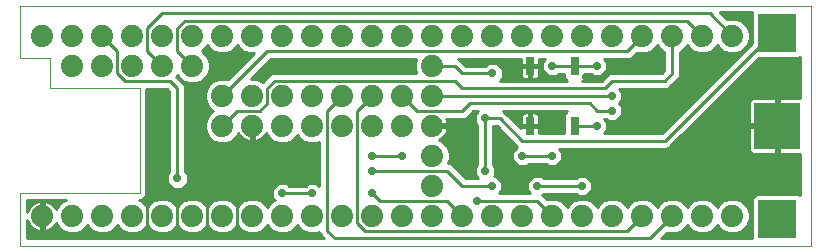
<source format=gtl>
G75*
G70*
%OFA0B0*%
%FSLAX24Y24*%
%IPPOS*%
%LPD*%
%AMOC8*
5,1,8,0,0,1.08239X$1,22.5*
%
%ADD10C,0.0000*%
%ADD11C,0.0740*%
%ADD12R,0.0300X0.0600*%
%ADD13R,0.1560X0.1560*%
%ADD14R,0.1250X0.1250*%
%ADD15OC8,0.0250*%
%ADD16C,0.0100*%
%ADD17OC8,0.0270*%
D10*
X000300Y002893D02*
X000300Y004643D01*
X004050Y004643D01*
X004300Y004643D01*
X004300Y008143D01*
X002050Y008143D01*
X001300Y008143D01*
X001300Y009143D01*
X000300Y009143D01*
X000300Y010889D01*
X000300Y010893D01*
X000300Y010889D02*
X026670Y010889D01*
X026670Y002893D01*
X000300Y002893D01*
D11*
X001050Y003893D03*
X002050Y003893D03*
X003050Y003893D03*
X004050Y003893D03*
X005050Y003893D03*
X006050Y003893D03*
X007050Y003893D03*
X008050Y003893D03*
X009050Y003893D03*
X010050Y003893D03*
X011050Y003893D03*
X012050Y003893D03*
X013050Y003893D03*
X014050Y003893D03*
X015050Y003893D03*
X016050Y003893D03*
X017050Y003893D03*
X018050Y003893D03*
X019050Y003893D03*
X020050Y003893D03*
X021050Y003893D03*
X022050Y003893D03*
X023050Y003893D03*
X024050Y003893D03*
X014050Y004893D03*
X014050Y005893D03*
X014050Y006893D03*
X013050Y006893D03*
X012050Y006893D03*
X011050Y006893D03*
X010050Y006893D03*
X009050Y006893D03*
X008050Y006893D03*
X007050Y006893D03*
X007050Y007893D03*
X008050Y007893D03*
X009050Y007893D03*
X010050Y007893D03*
X011050Y007893D03*
X012050Y007893D03*
X013050Y007893D03*
X014050Y007893D03*
X014050Y008893D03*
X014050Y009893D03*
X015050Y009893D03*
X016050Y009893D03*
X017050Y009893D03*
X018050Y009893D03*
X019050Y009893D03*
X020050Y009893D03*
X021050Y009893D03*
X022050Y009893D03*
X023050Y009893D03*
X024050Y009893D03*
X013050Y009893D03*
X012050Y009893D03*
X011050Y009893D03*
X010050Y009893D03*
X009050Y009893D03*
X008050Y009893D03*
X007050Y009893D03*
X006050Y009893D03*
X005050Y009893D03*
X004050Y009893D03*
X003050Y009893D03*
X002050Y009893D03*
X001050Y009893D03*
X002050Y008893D03*
X003050Y008893D03*
X004050Y008893D03*
X005050Y008893D03*
X006050Y008893D03*
D12*
X017300Y008893D03*
X018800Y008893D03*
X018800Y006893D03*
X017300Y006893D03*
D13*
X025550Y006893D03*
D14*
X025550Y003793D03*
X025550Y009993D03*
D15*
X020050Y007893D03*
X020050Y007393D03*
X019550Y006893D03*
X018050Y005893D03*
X017050Y005893D03*
X015800Y005393D03*
X016050Y004893D03*
X015550Y004393D03*
X017550Y004893D03*
X019050Y004893D03*
X015800Y007143D03*
X013050Y005893D03*
X012050Y005893D03*
X012050Y005393D03*
X012050Y004643D03*
X010050Y004643D03*
X018050Y008893D03*
X019550Y008893D03*
D16*
X019050Y008893D01*
X018800Y008893D01*
X018050Y008893D01*
X017715Y008902D02*
X017325Y008902D01*
X017325Y008918D02*
X017600Y008918D01*
X017600Y009133D01*
X017816Y009133D01*
X017715Y009032D01*
X017715Y008755D01*
X017911Y008558D01*
X018189Y008558D01*
X018264Y008633D01*
X018440Y008633D01*
X018440Y008506D01*
X018543Y008403D01*
X016298Y008403D01*
X016395Y008500D01*
X016395Y008786D01*
X016193Y008988D01*
X015907Y008988D01*
X015822Y008903D01*
X015158Y008903D01*
X014947Y009114D01*
X014900Y009133D01*
X017000Y009133D01*
X017000Y008918D01*
X017275Y008918D01*
X017275Y008868D01*
X017325Y008868D01*
X017325Y008443D01*
X017470Y008443D01*
X017508Y008454D01*
X017542Y008473D01*
X017570Y008501D01*
X017590Y008535D01*
X017600Y008574D01*
X017600Y008868D01*
X017325Y008868D01*
X017325Y008918D01*
X017275Y008902D02*
X016279Y008902D01*
X016378Y008803D02*
X017000Y008803D01*
X017000Y008868D02*
X017000Y008574D01*
X017010Y008535D01*
X017030Y008501D01*
X017058Y008473D01*
X017092Y008454D01*
X017130Y008443D01*
X017275Y008443D01*
X017275Y008868D01*
X017000Y008868D01*
X017000Y009000D02*
X015061Y009000D01*
X014962Y009099D02*
X017000Y009099D01*
X017275Y008803D02*
X017325Y008803D01*
X017325Y008705D02*
X017275Y008705D01*
X017275Y008606D02*
X017325Y008606D01*
X017325Y008508D02*
X017275Y008508D01*
X017026Y008508D02*
X016395Y008508D01*
X016395Y008606D02*
X017000Y008606D01*
X017000Y008705D02*
X016395Y008705D01*
X016050Y008643D02*
X015050Y008643D01*
X014800Y008893D01*
X014050Y008893D01*
X013470Y008902D02*
X008426Y008902D01*
X008328Y008803D02*
X013470Y008803D01*
X013470Y008778D02*
X013522Y008653D01*
X008748Y008653D01*
X008653Y008614D01*
X008401Y008362D01*
X008379Y008385D01*
X008165Y008473D01*
X007998Y008473D01*
X008658Y009133D01*
X013522Y009133D01*
X013470Y009009D01*
X013470Y008778D01*
X013500Y008705D02*
X008229Y008705D01*
X008131Y008606D02*
X008645Y008606D01*
X008547Y008508D02*
X008032Y008508D01*
X008320Y008409D02*
X008448Y008409D01*
X008550Y008143D02*
X008800Y008393D01*
X014800Y008393D01*
X015050Y008143D01*
X019800Y008143D01*
X020050Y008393D01*
X021800Y008393D01*
X022050Y008643D01*
X022050Y009893D01*
X021550Y009585D02*
X021558Y009565D01*
X021721Y009402D01*
X021790Y009373D01*
X021790Y008751D01*
X021692Y008653D01*
X019998Y008653D01*
X019903Y008614D01*
X019692Y008403D01*
X019057Y008403D01*
X019160Y008506D01*
X019160Y008633D01*
X019336Y008633D01*
X019411Y008558D01*
X019689Y008558D01*
X019885Y008755D01*
X019885Y009032D01*
X019784Y009133D01*
X020602Y009133D01*
X020697Y009173D01*
X020866Y009342D01*
X020935Y009313D01*
X021165Y009313D01*
X021379Y009402D01*
X021542Y009565D01*
X021550Y009585D01*
X021470Y009493D02*
X021630Y009493D01*
X021739Y009394D02*
X021361Y009394D01*
X021790Y009296D02*
X020820Y009296D01*
X020722Y009197D02*
X021790Y009197D01*
X021790Y009099D02*
X019818Y009099D01*
X019885Y009000D02*
X021790Y009000D01*
X021790Y008902D02*
X019885Y008902D01*
X019885Y008803D02*
X021790Y008803D01*
X021744Y008705D02*
X019835Y008705D01*
X019895Y008606D02*
X019737Y008606D01*
X019797Y008508D02*
X019160Y008508D01*
X019160Y008606D02*
X019363Y008606D01*
X019063Y008409D02*
X019698Y008409D01*
X020284Y008133D02*
X021852Y008133D01*
X021947Y008173D01*
X022020Y008246D01*
X022270Y008496D01*
X022310Y008592D01*
X022310Y009373D01*
X022379Y009402D01*
X022542Y009565D01*
X022550Y009585D01*
X022558Y009565D01*
X022721Y009402D01*
X022935Y009313D01*
X023165Y009313D01*
X023379Y009402D01*
X023542Y009565D01*
X023550Y009585D01*
X023558Y009565D01*
X023721Y009402D01*
X023935Y009313D01*
X024165Y009313D01*
X024379Y009402D01*
X024542Y009565D01*
X024630Y009778D01*
X024630Y010009D01*
X024542Y010222D01*
X024379Y010385D01*
X024165Y010473D01*
X023935Y010473D01*
X023866Y010445D01*
X023632Y010679D01*
X024715Y010679D01*
X024715Y009676D01*
X021692Y006653D01*
X019784Y006653D01*
X019885Y006755D01*
X019885Y007032D01*
X019784Y007133D01*
X019836Y007133D01*
X019911Y007058D01*
X020189Y007058D01*
X020385Y007255D01*
X020385Y007532D01*
X020274Y007643D01*
X020385Y007755D01*
X020385Y008032D01*
X020284Y008133D01*
X020303Y008114D02*
X023153Y008114D01*
X023251Y008212D02*
X021987Y008212D01*
X022020Y008246D02*
X022020Y008246D01*
X022085Y008311D02*
X023350Y008311D01*
X023448Y008409D02*
X022184Y008409D01*
X022275Y008508D02*
X023547Y008508D01*
X023645Y008606D02*
X022310Y008606D01*
X022310Y008705D02*
X023744Y008705D01*
X023842Y008803D02*
X022310Y008803D01*
X022310Y008902D02*
X023941Y008902D01*
X024039Y009000D02*
X022310Y009000D01*
X022310Y009099D02*
X024138Y009099D01*
X024236Y009197D02*
X022310Y009197D01*
X022310Y009296D02*
X024335Y009296D01*
X024361Y009394D02*
X024433Y009394D01*
X024470Y009493D02*
X024532Y009493D01*
X024553Y009591D02*
X024630Y009591D01*
X024594Y009690D02*
X024715Y009690D01*
X024715Y009788D02*
X024630Y009788D01*
X024630Y009887D02*
X024715Y009887D01*
X024715Y009985D02*
X024630Y009985D01*
X024599Y010084D02*
X024715Y010084D01*
X024715Y010182D02*
X024558Y010182D01*
X024483Y010281D02*
X024715Y010281D01*
X024715Y010379D02*
X024384Y010379D01*
X024715Y010478D02*
X023833Y010478D01*
X023735Y010576D02*
X024715Y010576D01*
X024715Y010675D02*
X023636Y010675D01*
X023300Y010643D02*
X005050Y010643D01*
X004550Y010143D01*
X004550Y009393D01*
X005050Y008893D01*
X005519Y008542D02*
X005542Y008565D01*
X005550Y008585D01*
X005558Y008565D01*
X005721Y008402D01*
X005935Y008313D01*
X006165Y008313D01*
X006379Y008402D01*
X006542Y008565D01*
X006630Y008778D01*
X006630Y009009D01*
X006542Y009222D01*
X006379Y009385D01*
X006359Y009393D01*
X006379Y009402D01*
X006542Y009565D01*
X006550Y009585D01*
X006558Y009565D01*
X006721Y009402D01*
X006935Y009313D01*
X007165Y009313D01*
X007379Y009402D01*
X007542Y009565D01*
X007550Y009585D01*
X007558Y009565D01*
X007721Y009402D01*
X007935Y009313D01*
X008102Y009313D01*
X007234Y008445D01*
X007165Y008473D01*
X006935Y008473D01*
X006721Y008385D01*
X006558Y008222D01*
X006470Y008009D01*
X006470Y007778D01*
X006558Y007565D01*
X006721Y007402D01*
X006741Y007393D01*
X006721Y007385D01*
X006558Y007222D01*
X006470Y007009D01*
X006470Y006778D01*
X006558Y006565D01*
X006721Y006402D01*
X006935Y006313D01*
X007165Y006313D01*
X007379Y006402D01*
X007542Y006565D01*
X007583Y006664D01*
X007605Y006621D01*
X007653Y006555D01*
X007711Y006497D01*
X007777Y006449D01*
X007850Y006411D01*
X007928Y006386D01*
X008000Y006375D01*
X008000Y006843D01*
X008100Y006843D01*
X008100Y006375D01*
X008172Y006386D01*
X008250Y006411D01*
X008323Y006449D01*
X008389Y006497D01*
X008447Y006555D01*
X008495Y006621D01*
X008517Y006664D01*
X008558Y006565D01*
X008721Y006402D01*
X008935Y006313D01*
X009165Y006313D01*
X009379Y006402D01*
X009542Y006565D01*
X009550Y006585D01*
X009558Y006565D01*
X009721Y006402D01*
X009935Y006313D01*
X010165Y006313D01*
X010290Y006365D01*
X010290Y004877D01*
X010189Y004978D01*
X009911Y004978D01*
X009836Y004903D01*
X009278Y004903D01*
X009193Y004988D01*
X008907Y004988D01*
X008705Y004786D01*
X008705Y004500D01*
X008791Y004414D01*
X008721Y004385D01*
X008558Y004222D01*
X008550Y004202D01*
X008542Y004222D01*
X008379Y004385D01*
X008165Y004473D01*
X007935Y004473D01*
X007721Y004385D01*
X007558Y004222D01*
X007550Y004202D01*
X007542Y004222D01*
X007379Y004385D01*
X007165Y004473D01*
X006935Y004473D01*
X006721Y004385D01*
X006558Y004222D01*
X006550Y004202D01*
X006542Y004222D01*
X006379Y004385D01*
X006165Y004473D01*
X005935Y004473D01*
X005721Y004385D01*
X005558Y004222D01*
X005550Y004202D01*
X005542Y004222D01*
X005379Y004385D01*
X005165Y004473D01*
X004935Y004473D01*
X004721Y004385D01*
X004558Y004222D01*
X004550Y004202D01*
X004542Y004222D01*
X004379Y004385D01*
X004262Y004433D01*
X004387Y004433D01*
X004510Y004556D01*
X004510Y008133D01*
X005192Y008133D01*
X005290Y008036D01*
X005290Y005371D01*
X005205Y005286D01*
X005205Y005000D01*
X005407Y004798D01*
X005693Y004798D01*
X005895Y005000D01*
X005895Y005286D01*
X005810Y005371D01*
X005810Y008195D01*
X005770Y008291D01*
X005697Y008364D01*
X005519Y008542D01*
X005553Y008508D02*
X005615Y008508D01*
X005652Y008409D02*
X005714Y008409D01*
X005750Y008311D02*
X006647Y008311D01*
X006554Y008212D02*
X005803Y008212D01*
X005810Y008114D02*
X006514Y008114D01*
X006473Y008015D02*
X005810Y008015D01*
X005810Y007917D02*
X006470Y007917D01*
X006470Y007818D02*
X005810Y007818D01*
X005810Y007720D02*
X006494Y007720D01*
X006535Y007621D02*
X005810Y007621D01*
X005810Y007523D02*
X006600Y007523D01*
X006699Y007424D02*
X005810Y007424D01*
X005810Y007326D02*
X006662Y007326D01*
X006564Y007227D02*
X005810Y007227D01*
X005810Y007129D02*
X006520Y007129D01*
X006479Y007030D02*
X005810Y007030D01*
X005810Y006932D02*
X006470Y006932D01*
X006470Y006833D02*
X005810Y006833D01*
X005810Y006735D02*
X006488Y006735D01*
X006529Y006636D02*
X005810Y006636D01*
X005810Y006538D02*
X006585Y006538D01*
X006684Y006439D02*
X005810Y006439D01*
X005810Y006341D02*
X006868Y006341D01*
X007232Y006341D02*
X008868Y006341D01*
X008684Y006439D02*
X008304Y006439D01*
X008430Y006538D02*
X008585Y006538D01*
X008529Y006636D02*
X008503Y006636D01*
X008100Y006636D02*
X008000Y006636D01*
X008000Y006538D02*
X008100Y006538D01*
X008100Y006439D02*
X008000Y006439D01*
X007796Y006439D02*
X007416Y006439D01*
X007515Y006538D02*
X007670Y006538D01*
X007597Y006636D02*
X007571Y006636D01*
X008000Y006735D02*
X008100Y006735D01*
X008100Y006833D02*
X008000Y006833D01*
X007550Y007393D02*
X007050Y006893D01*
X007550Y007393D02*
X008300Y007393D01*
X008550Y007643D01*
X008550Y008143D01*
X007494Y008705D02*
X006600Y008705D01*
X006630Y008803D02*
X007592Y008803D01*
X007691Y008902D02*
X006630Y008902D01*
X006630Y009000D02*
X007789Y009000D01*
X007888Y009099D02*
X006593Y009099D01*
X006552Y009197D02*
X007986Y009197D01*
X008085Y009296D02*
X006468Y009296D01*
X006361Y009394D02*
X006739Y009394D01*
X006630Y009493D02*
X006470Y009493D01*
X007361Y009394D02*
X007739Y009394D01*
X007630Y009493D02*
X007470Y009493D01*
X008550Y009393D02*
X007050Y007893D01*
X006780Y008409D02*
X006386Y008409D01*
X006485Y008508D02*
X007297Y008508D01*
X007395Y008606D02*
X006559Y008606D01*
X006050Y008893D02*
X005550Y009393D01*
X005550Y010143D01*
X005800Y010393D01*
X022550Y010393D01*
X023050Y009893D01*
X023470Y009493D02*
X023630Y009493D01*
X023739Y009394D02*
X023361Y009394D01*
X022739Y009394D02*
X022361Y009394D01*
X022470Y009493D02*
X022630Y009493D01*
X021050Y009893D02*
X020550Y009393D01*
X008550Y009393D01*
X008623Y009099D02*
X013507Y009099D01*
X013470Y009000D02*
X008525Y009000D01*
X010550Y007393D02*
X011050Y007893D01*
X010550Y007393D02*
X010550Y003393D01*
X010800Y003143D01*
X021300Y003143D01*
X022050Y003893D01*
X022550Y003585D02*
X022558Y003565D01*
X022721Y003402D01*
X022935Y003313D01*
X023165Y003313D01*
X023379Y003402D01*
X023542Y003565D01*
X023550Y003585D01*
X023558Y003565D01*
X023721Y003402D01*
X023935Y003313D01*
X024165Y003313D01*
X024379Y003402D01*
X024542Y003565D01*
X024630Y003778D01*
X024630Y004009D01*
X024542Y004222D01*
X024379Y004385D01*
X024165Y004473D01*
X023935Y004473D01*
X023721Y004385D01*
X023558Y004222D01*
X023550Y004202D01*
X023542Y004222D01*
X023379Y004385D01*
X023165Y004473D01*
X022935Y004473D01*
X022721Y004385D01*
X022558Y004222D01*
X022550Y004202D01*
X022542Y004222D01*
X022379Y004385D01*
X022165Y004473D01*
X021935Y004473D01*
X021721Y004385D01*
X021558Y004222D01*
X021550Y004202D01*
X021542Y004222D01*
X021379Y004385D01*
X021165Y004473D01*
X020935Y004473D01*
X020721Y004385D01*
X020558Y004222D01*
X020550Y004202D01*
X020542Y004222D01*
X020379Y004385D01*
X020165Y004473D01*
X019935Y004473D01*
X019721Y004385D01*
X019558Y004222D01*
X019550Y004202D01*
X019542Y004222D01*
X019379Y004385D01*
X019165Y004473D01*
X018935Y004473D01*
X018721Y004385D01*
X018558Y004222D01*
X018550Y004202D01*
X018542Y004222D01*
X018379Y004385D01*
X018165Y004473D01*
X017935Y004473D01*
X017866Y004445D01*
X017721Y004590D01*
X017764Y004633D01*
X018836Y004633D01*
X018911Y004558D01*
X019189Y004558D01*
X019385Y004755D01*
X019385Y005032D01*
X019189Y005228D01*
X018911Y005228D01*
X018836Y005153D01*
X017764Y005153D01*
X017689Y005228D01*
X017411Y005228D01*
X017215Y005032D01*
X017215Y004755D01*
X017316Y004653D01*
X016284Y004653D01*
X016385Y004755D01*
X016385Y005032D01*
X016189Y005228D01*
X016109Y005228D01*
X016135Y005255D01*
X016135Y005532D01*
X016060Y005607D01*
X016060Y006883D01*
X016192Y006883D01*
X016879Y006196D01*
X016715Y006032D01*
X016715Y005755D01*
X016911Y005558D01*
X017189Y005558D01*
X017264Y005633D01*
X017836Y005633D01*
X017911Y005558D01*
X018189Y005558D01*
X018385Y005755D01*
X018385Y006032D01*
X018284Y006133D01*
X021852Y006133D01*
X021947Y006173D01*
X022020Y006246D01*
X024933Y009158D01*
X026262Y009158D01*
X026300Y009196D01*
X026300Y007823D01*
X025600Y007823D01*
X025600Y006943D01*
X025500Y006943D01*
X025500Y006843D01*
X025600Y006843D01*
X025600Y005963D01*
X026300Y005963D01*
X026300Y004590D01*
X026262Y004628D01*
X024838Y004628D01*
X024715Y004505D01*
X024715Y003143D01*
X021668Y003143D01*
X021866Y003342D01*
X021935Y003313D01*
X022165Y003313D01*
X022379Y003402D01*
X022542Y003565D01*
X022550Y003585D01*
X022549Y003583D02*
X022551Y003583D01*
X022639Y003484D02*
X022461Y003484D01*
X022340Y003386D02*
X022760Y003386D01*
X023340Y003386D02*
X023760Y003386D01*
X023639Y003484D02*
X023461Y003484D01*
X023549Y003583D02*
X023551Y003583D01*
X024340Y003386D02*
X024715Y003386D01*
X024715Y003484D02*
X024461Y003484D01*
X024549Y003583D02*
X024715Y003583D01*
X024715Y003681D02*
X024590Y003681D01*
X024630Y003780D02*
X024715Y003780D01*
X024715Y003878D02*
X024630Y003878D01*
X024630Y003977D02*
X024715Y003977D01*
X024715Y004075D02*
X024602Y004075D01*
X024562Y004174D02*
X024715Y004174D01*
X024715Y004272D02*
X024491Y004272D01*
X024393Y004371D02*
X024715Y004371D01*
X024715Y004469D02*
X024175Y004469D01*
X023925Y004469D02*
X023175Y004469D01*
X023393Y004371D02*
X023707Y004371D01*
X023609Y004272D02*
X023491Y004272D01*
X022925Y004469D02*
X022175Y004469D01*
X022393Y004371D02*
X022707Y004371D01*
X022609Y004272D02*
X022491Y004272D01*
X021925Y004469D02*
X021175Y004469D01*
X021393Y004371D02*
X021707Y004371D01*
X021609Y004272D02*
X021491Y004272D01*
X020925Y004469D02*
X020175Y004469D01*
X020393Y004371D02*
X020707Y004371D01*
X020609Y004272D02*
X020491Y004272D01*
X019925Y004469D02*
X019175Y004469D01*
X019198Y004568D02*
X024778Y004568D01*
X026300Y004666D02*
X019297Y004666D01*
X019385Y004765D02*
X026300Y004765D01*
X026300Y004863D02*
X019385Y004863D01*
X019385Y004962D02*
X026300Y004962D01*
X026300Y005060D02*
X019357Y005060D01*
X019258Y005159D02*
X026300Y005159D01*
X026300Y005257D02*
X016135Y005257D01*
X016135Y005356D02*
X026300Y005356D01*
X026300Y005454D02*
X016135Y005454D01*
X016114Y005553D02*
X026300Y005553D01*
X026300Y005651D02*
X018282Y005651D01*
X018380Y005750D02*
X026300Y005750D01*
X026300Y005848D02*
X018385Y005848D01*
X018385Y005947D02*
X026300Y005947D01*
X025600Y006045D02*
X025500Y006045D01*
X025500Y005963D02*
X025500Y006843D01*
X024620Y006843D01*
X024620Y006094D01*
X024630Y006055D01*
X024650Y006021D01*
X024678Y005993D01*
X024712Y005974D01*
X024750Y005963D01*
X025500Y005963D01*
X025500Y006144D02*
X025600Y006144D01*
X025600Y006242D02*
X025500Y006242D01*
X025500Y006341D02*
X025600Y006341D01*
X025600Y006439D02*
X025500Y006439D01*
X025500Y006538D02*
X025600Y006538D01*
X025600Y006636D02*
X025500Y006636D01*
X025500Y006735D02*
X025600Y006735D01*
X025600Y006833D02*
X025500Y006833D01*
X025500Y006932D02*
X022706Y006932D01*
X022608Y006833D02*
X024620Y006833D01*
X024620Y006735D02*
X022509Y006735D01*
X022411Y006636D02*
X024620Y006636D01*
X024620Y006538D02*
X022312Y006538D01*
X022214Y006439D02*
X024620Y006439D01*
X024620Y006341D02*
X022115Y006341D01*
X022017Y006242D02*
X024620Y006242D01*
X024620Y006144D02*
X021877Y006144D01*
X021800Y006393D02*
X017050Y006393D01*
X016300Y007143D01*
X015800Y007143D01*
X015800Y005393D01*
X015566Y005153D02*
X015465Y005255D01*
X015465Y005532D01*
X015540Y005607D01*
X015540Y006930D01*
X015465Y007005D01*
X015465Y007282D01*
X015566Y007383D01*
X015408Y007383D01*
X015197Y007173D01*
X015102Y007133D01*
X014511Y007133D01*
X014532Y007093D01*
X014557Y007015D01*
X014569Y006943D01*
X014100Y006943D01*
X014100Y006843D01*
X014569Y006843D01*
X014557Y006772D01*
X014532Y006694D01*
X014495Y006621D01*
X014447Y006555D01*
X014389Y006497D01*
X014323Y006449D01*
X014279Y006426D01*
X014379Y006385D01*
X014542Y006222D01*
X014630Y006009D01*
X014630Y005778D01*
X014578Y005653D01*
X014602Y005653D01*
X014697Y005614D01*
X015158Y005153D01*
X015566Y005153D01*
X015561Y005159D02*
X015152Y005159D01*
X015054Y005257D02*
X015465Y005257D01*
X015465Y005356D02*
X014955Y005356D01*
X014857Y005454D02*
X015465Y005454D01*
X015486Y005553D02*
X014758Y005553D01*
X014607Y005651D02*
X015540Y005651D01*
X015540Y005750D02*
X014618Y005750D01*
X014630Y005848D02*
X015540Y005848D01*
X015540Y005947D02*
X014630Y005947D01*
X014615Y006045D02*
X015540Y006045D01*
X015540Y006144D02*
X014574Y006144D01*
X014521Y006242D02*
X015540Y006242D01*
X015540Y006341D02*
X014423Y006341D01*
X014304Y006439D02*
X015540Y006439D01*
X015540Y006538D02*
X014430Y006538D01*
X014503Y006636D02*
X015540Y006636D01*
X015540Y006735D02*
X014545Y006735D01*
X014567Y006833D02*
X015540Y006833D01*
X015538Y006932D02*
X014100Y006932D01*
X014514Y007129D02*
X015465Y007129D01*
X015465Y007227D02*
X015252Y007227D01*
X015350Y007326D02*
X015509Y007326D01*
X015465Y007030D02*
X014552Y007030D01*
X015050Y007393D02*
X015300Y007643D01*
X019300Y007643D01*
X019550Y007393D01*
X020050Y007393D01*
X020385Y007424D02*
X022463Y007424D01*
X022365Y007326D02*
X020385Y007326D01*
X020358Y007227D02*
X022266Y007227D01*
X022168Y007129D02*
X020259Y007129D01*
X019885Y007030D02*
X022069Y007030D01*
X021971Y006932D02*
X019885Y006932D01*
X019885Y006833D02*
X021872Y006833D01*
X021774Y006735D02*
X019865Y006735D01*
X019550Y006893D02*
X019050Y006893D01*
X018800Y006893D01*
X018440Y006932D02*
X017600Y006932D01*
X017600Y006918D02*
X017600Y007213D01*
X017590Y007251D01*
X017570Y007285D01*
X017542Y007313D01*
X017508Y007333D01*
X017470Y007343D01*
X017325Y007343D01*
X017325Y006918D01*
X017600Y006918D01*
X017600Y006868D02*
X017325Y006868D01*
X017325Y006918D01*
X017275Y006918D01*
X017275Y006868D01*
X017000Y006868D01*
X017000Y006811D01*
X016520Y007291D01*
X016447Y007364D01*
X016400Y007383D01*
X018543Y007383D01*
X018440Y007280D01*
X018440Y006653D01*
X017600Y006653D01*
X017600Y006868D01*
X017600Y006833D02*
X018440Y006833D01*
X018440Y006735D02*
X017600Y006735D01*
X017325Y006932D02*
X017275Y006932D01*
X017275Y006918D02*
X017275Y007343D01*
X017130Y007343D01*
X017092Y007333D01*
X017058Y007313D01*
X017030Y007285D01*
X017010Y007251D01*
X017000Y007213D01*
X017000Y006918D01*
X017275Y006918D01*
X017275Y007030D02*
X017325Y007030D01*
X017325Y007129D02*
X017275Y007129D01*
X017275Y007227D02*
X017325Y007227D01*
X017325Y007326D02*
X017275Y007326D01*
X017080Y007326D02*
X016485Y007326D01*
X016584Y007227D02*
X017004Y007227D01*
X017000Y007129D02*
X016682Y007129D01*
X016781Y007030D02*
X017000Y007030D01*
X017000Y006932D02*
X016879Y006932D01*
X016978Y006833D02*
X017000Y006833D01*
X016636Y006439D02*
X016060Y006439D01*
X016060Y006341D02*
X016735Y006341D01*
X016833Y006242D02*
X016060Y006242D01*
X016060Y006144D02*
X016827Y006144D01*
X016728Y006045D02*
X016060Y006045D01*
X016060Y005947D02*
X016715Y005947D01*
X016715Y005848D02*
X016060Y005848D01*
X016060Y005750D02*
X016720Y005750D01*
X016818Y005651D02*
X016060Y005651D01*
X016258Y005159D02*
X017342Y005159D01*
X017243Y005060D02*
X016357Y005060D01*
X016385Y004962D02*
X017215Y004962D01*
X017215Y004863D02*
X016385Y004863D01*
X016385Y004765D02*
X017215Y004765D01*
X017303Y004666D02*
X016297Y004666D01*
X016050Y004893D02*
X015050Y004893D01*
X014550Y005393D01*
X012050Y005393D01*
X012050Y005893D02*
X013050Y005893D01*
X012050Y004643D02*
X012300Y004393D01*
X014550Y004393D01*
X015050Y003893D01*
X015550Y004393D02*
X017550Y004393D01*
X018050Y003893D01*
X018491Y004272D02*
X018609Y004272D01*
X018707Y004371D02*
X018393Y004371D01*
X018175Y004469D02*
X018925Y004469D01*
X018902Y004568D02*
X017743Y004568D01*
X017842Y004469D02*
X017925Y004469D01*
X017550Y004893D02*
X019050Y004893D01*
X018842Y005159D02*
X017758Y005159D01*
X018050Y005893D02*
X017050Y005893D01*
X016538Y006538D02*
X016060Y006538D01*
X016060Y006636D02*
X016439Y006636D01*
X016341Y006735D02*
X016060Y006735D01*
X016060Y006833D02*
X016242Y006833D01*
X017520Y007326D02*
X018486Y007326D01*
X018440Y007227D02*
X017596Y007227D01*
X017600Y007129D02*
X018440Y007129D01*
X018440Y007030D02*
X017600Y007030D01*
X018372Y006045D02*
X024636Y006045D01*
X024620Y006943D02*
X025500Y006943D01*
X025500Y007823D01*
X024750Y007823D01*
X024712Y007813D01*
X024678Y007793D01*
X024650Y007765D01*
X024630Y007731D01*
X024620Y007693D01*
X024620Y006943D01*
X024620Y007030D02*
X022805Y007030D01*
X022903Y007129D02*
X024620Y007129D01*
X024620Y007227D02*
X023002Y007227D01*
X023100Y007326D02*
X024620Y007326D01*
X024620Y007424D02*
X023199Y007424D01*
X023297Y007523D02*
X024620Y007523D01*
X024620Y007621D02*
X023396Y007621D01*
X023494Y007720D02*
X024627Y007720D01*
X024732Y007818D02*
X023593Y007818D01*
X023691Y007917D02*
X026300Y007917D01*
X026300Y008015D02*
X023790Y008015D01*
X023888Y008114D02*
X026300Y008114D01*
X026300Y008212D02*
X023987Y008212D01*
X024085Y008311D02*
X026300Y008311D01*
X026300Y008409D02*
X024184Y008409D01*
X024282Y008508D02*
X026300Y008508D01*
X026300Y008606D02*
X024381Y008606D01*
X024479Y008705D02*
X026300Y008705D01*
X026300Y008803D02*
X024578Y008803D01*
X024676Y008902D02*
X026300Y008902D01*
X026300Y009000D02*
X024775Y009000D01*
X024873Y009099D02*
X026300Y009099D01*
X025550Y009993D02*
X025400Y009993D01*
X021800Y006393D01*
X019841Y007129D02*
X019788Y007129D01*
X020385Y007523D02*
X022562Y007523D01*
X022660Y007621D02*
X020296Y007621D01*
X020350Y007720D02*
X022759Y007720D01*
X022857Y007818D02*
X020385Y007818D01*
X020385Y007917D02*
X022956Y007917D01*
X023054Y008015D02*
X020385Y008015D01*
X020050Y007893D02*
X014050Y007893D01*
X013550Y007393D02*
X015050Y007393D01*
X013550Y007393D02*
X013050Y007893D01*
X012050Y007893D02*
X011550Y007393D01*
X011550Y003643D01*
X011800Y003393D01*
X020550Y003393D01*
X021050Y003893D01*
X021812Y003287D02*
X024715Y003287D01*
X024715Y003189D02*
X021713Y003189D01*
X019609Y004272D02*
X019491Y004272D01*
X019393Y004371D02*
X019707Y004371D01*
X025500Y007030D02*
X025600Y007030D01*
X025600Y007129D02*
X025500Y007129D01*
X025500Y007227D02*
X025600Y007227D01*
X025600Y007326D02*
X025500Y007326D01*
X025500Y007424D02*
X025600Y007424D01*
X025600Y007523D02*
X025500Y007523D01*
X025500Y007621D02*
X025600Y007621D01*
X025600Y007720D02*
X025500Y007720D01*
X025500Y007818D02*
X025600Y007818D01*
X024050Y009893D02*
X023300Y010643D01*
X018537Y008409D02*
X016304Y008409D01*
X017574Y008508D02*
X018440Y008508D01*
X018440Y008606D02*
X018237Y008606D01*
X017863Y008606D02*
X017600Y008606D01*
X017600Y008705D02*
X017765Y008705D01*
X017715Y008803D02*
X017600Y008803D01*
X017600Y009000D02*
X017715Y009000D01*
X017782Y009099D02*
X017600Y009099D01*
X010290Y006341D02*
X010232Y006341D01*
X010290Y006242D02*
X005810Y006242D01*
X005810Y006144D02*
X010290Y006144D01*
X010290Y006045D02*
X005810Y006045D01*
X005810Y005947D02*
X010290Y005947D01*
X010290Y005848D02*
X005810Y005848D01*
X005810Y005750D02*
X010290Y005750D01*
X010290Y005651D02*
X005810Y005651D01*
X005810Y005553D02*
X010290Y005553D01*
X010290Y005454D02*
X005810Y005454D01*
X005825Y005356D02*
X010290Y005356D01*
X010290Y005257D02*
X005895Y005257D01*
X005895Y005159D02*
X010290Y005159D01*
X010290Y005060D02*
X005895Y005060D01*
X005856Y004962D02*
X008881Y004962D01*
X008782Y004863D02*
X005758Y004863D01*
X005342Y004863D02*
X004510Y004863D01*
X004510Y004765D02*
X008705Y004765D01*
X008705Y004666D02*
X004510Y004666D01*
X004510Y004568D02*
X008705Y004568D01*
X008736Y004469D02*
X008175Y004469D01*
X008393Y004371D02*
X008707Y004371D01*
X008609Y004272D02*
X008491Y004272D01*
X007925Y004469D02*
X007175Y004469D01*
X007393Y004371D02*
X007707Y004371D01*
X007609Y004272D02*
X007491Y004272D01*
X007550Y004393D02*
X007550Y003393D01*
X007461Y003484D02*
X007639Y003484D01*
X007558Y003565D02*
X007721Y003402D01*
X007935Y003313D01*
X008165Y003313D01*
X008379Y003402D01*
X008542Y003565D01*
X008550Y003585D01*
X008558Y003565D01*
X008721Y003402D01*
X008935Y003313D01*
X009165Y003313D01*
X009379Y003402D01*
X009542Y003565D01*
X009550Y003585D01*
X009558Y003565D01*
X009721Y003402D01*
X009935Y003313D01*
X010165Y003313D01*
X010290Y003365D01*
X010290Y003342D01*
X010330Y003246D01*
X010403Y003173D01*
X010432Y003143D01*
X000550Y003143D01*
X000550Y003749D01*
X000568Y003694D01*
X000605Y003621D01*
X000653Y003555D01*
X000711Y003497D01*
X000777Y003449D01*
X000850Y003411D01*
X000928Y003386D01*
X001000Y003375D01*
X001000Y003843D01*
X001100Y003843D01*
X001100Y003375D01*
X001172Y003386D01*
X001250Y003411D01*
X001323Y003449D01*
X001389Y003497D01*
X001447Y003555D01*
X001495Y003621D01*
X001517Y003664D01*
X001558Y003565D01*
X001721Y003402D01*
X001935Y003313D01*
X002165Y003313D01*
X002379Y003402D01*
X002542Y003565D01*
X002550Y003585D01*
X002558Y003565D01*
X002721Y003402D01*
X002935Y003313D01*
X003165Y003313D01*
X003379Y003402D01*
X003542Y003565D01*
X003550Y003585D01*
X003558Y003565D01*
X003721Y003402D01*
X003935Y003313D01*
X004165Y003313D01*
X004379Y003402D01*
X004542Y003565D01*
X004550Y003585D01*
X004558Y003565D01*
X004721Y003402D01*
X004935Y003313D01*
X005165Y003313D01*
X005379Y003402D01*
X005542Y003565D01*
X005550Y003585D01*
X005558Y003565D01*
X005721Y003402D01*
X005935Y003313D01*
X006165Y003313D01*
X006379Y003402D01*
X006542Y003565D01*
X006550Y003585D01*
X006558Y003565D01*
X006721Y003402D01*
X006935Y003313D01*
X007165Y003313D01*
X007379Y003402D01*
X007542Y003565D01*
X007550Y003585D01*
X007558Y003565D01*
X007551Y003583D02*
X007549Y003583D01*
X007340Y003386D02*
X007760Y003386D01*
X008340Y003386D02*
X008760Y003386D01*
X008639Y003484D02*
X008461Y003484D01*
X008549Y003583D02*
X008551Y003583D01*
X009340Y003386D02*
X009760Y003386D01*
X009639Y003484D02*
X009461Y003484D01*
X009549Y003583D02*
X009551Y003583D01*
X010312Y003287D02*
X000550Y003287D01*
X000550Y003189D02*
X010387Y003189D01*
X010050Y004643D02*
X009050Y004643D01*
X009219Y004962D02*
X009895Y004962D01*
X010205Y004962D02*
X010290Y004962D01*
X009868Y006341D02*
X009232Y006341D01*
X009416Y006439D02*
X009684Y006439D01*
X009585Y006538D02*
X009515Y006538D01*
X006925Y004469D02*
X006175Y004469D01*
X006393Y004371D02*
X006707Y004371D01*
X006609Y004272D02*
X006491Y004272D01*
X006550Y004393D02*
X006550Y003393D01*
X006461Y003484D02*
X006639Y003484D01*
X006551Y003583D02*
X006549Y003583D01*
X006340Y003386D02*
X006760Y003386D01*
X005760Y003386D02*
X005340Y003386D01*
X005461Y003484D02*
X005639Y003484D01*
X005550Y003393D02*
X005550Y004393D01*
X005491Y004272D02*
X005609Y004272D01*
X005707Y004371D02*
X005393Y004371D01*
X005175Y004469D02*
X005925Y004469D01*
X005244Y004962D02*
X004510Y004962D01*
X004510Y005060D02*
X005205Y005060D01*
X005205Y005159D02*
X004510Y005159D01*
X004510Y005257D02*
X005205Y005257D01*
X005275Y005356D02*
X004510Y005356D01*
X004510Y005454D02*
X005290Y005454D01*
X005290Y005553D02*
X004510Y005553D01*
X004510Y005651D02*
X005290Y005651D01*
X005290Y005750D02*
X004510Y005750D01*
X004510Y005848D02*
X005290Y005848D01*
X005290Y005947D02*
X004510Y005947D01*
X004510Y006045D02*
X005290Y006045D01*
X005290Y006144D02*
X004510Y006144D01*
X004510Y006242D02*
X005290Y006242D01*
X005290Y006341D02*
X004510Y006341D01*
X004510Y006439D02*
X005290Y006439D01*
X005290Y006538D02*
X004510Y006538D01*
X004510Y006636D02*
X005290Y006636D01*
X005290Y006735D02*
X004510Y006735D01*
X004510Y006833D02*
X005290Y006833D01*
X005290Y006932D02*
X004510Y006932D01*
X004510Y007030D02*
X005290Y007030D01*
X005290Y007129D02*
X004510Y007129D01*
X004510Y007227D02*
X005290Y007227D01*
X005290Y007326D02*
X004510Y007326D01*
X004510Y007424D02*
X005290Y007424D01*
X005290Y007523D02*
X004510Y007523D01*
X004510Y007621D02*
X005290Y007621D01*
X005290Y007720D02*
X004510Y007720D01*
X004510Y007818D02*
X005290Y007818D01*
X005290Y007917D02*
X004510Y007917D01*
X004510Y008015D02*
X005290Y008015D01*
X005212Y008114D02*
X004510Y008114D01*
X004300Y008393D02*
X005300Y008393D01*
X005550Y008143D01*
X005550Y005143D01*
X004925Y004469D02*
X004423Y004469D01*
X004393Y004371D02*
X004707Y004371D01*
X004609Y004272D02*
X004491Y004272D01*
X004550Y004393D02*
X004550Y003393D01*
X004461Y003484D02*
X004639Y003484D01*
X004551Y003583D02*
X004549Y003583D01*
X004340Y003386D02*
X004760Y003386D01*
X005549Y003583D02*
X005551Y003583D01*
X003760Y003386D02*
X003340Y003386D01*
X003461Y003484D02*
X003639Y003484D01*
X003551Y003583D02*
X003549Y003583D01*
X002760Y003386D02*
X002340Y003386D01*
X002461Y003484D02*
X002639Y003484D01*
X002551Y003583D02*
X002549Y003583D01*
X001760Y003386D02*
X001170Y003386D01*
X001100Y003386D02*
X001000Y003386D01*
X000930Y003386D02*
X000550Y003386D01*
X000550Y003484D02*
X000728Y003484D01*
X000633Y003583D02*
X000550Y003583D01*
X000550Y003681D02*
X000574Y003681D01*
X001000Y003681D02*
X001100Y003681D01*
X001100Y003583D02*
X001000Y003583D01*
X001000Y003484D02*
X001100Y003484D01*
X001372Y003484D02*
X001639Y003484D01*
X001551Y003583D02*
X001467Y003583D01*
X001100Y003780D02*
X001000Y003780D01*
X001000Y003943D02*
X001000Y004412D01*
X000928Y004401D01*
X000850Y004375D01*
X000777Y004338D01*
X000711Y004290D01*
X000653Y004232D01*
X000605Y004166D01*
X000568Y004093D01*
X000550Y004037D01*
X000550Y004433D01*
X001838Y004433D01*
X001721Y004385D01*
X001558Y004222D01*
X001517Y004122D01*
X001495Y004166D01*
X001447Y004232D01*
X001389Y004290D01*
X001323Y004338D01*
X001250Y004375D01*
X001172Y004401D01*
X001100Y004412D01*
X001100Y003943D01*
X001000Y003943D01*
X001000Y003977D02*
X001100Y003977D01*
X001100Y004075D02*
X001000Y004075D01*
X001000Y004174D02*
X001100Y004174D01*
X001100Y004272D02*
X001000Y004272D01*
X001000Y004371D02*
X001100Y004371D01*
X001258Y004371D02*
X001707Y004371D01*
X001609Y004272D02*
X001406Y004272D01*
X001489Y004174D02*
X001538Y004174D01*
X000842Y004371D02*
X000550Y004371D01*
X000550Y004272D02*
X000694Y004272D01*
X000611Y004174D02*
X000550Y004174D01*
X000550Y004075D02*
X000562Y004075D01*
X003800Y008393D02*
X004300Y008393D01*
X003800Y008393D02*
X003550Y008643D01*
X003550Y009393D01*
X003050Y009893D01*
D17*
X007050Y008643D03*
X010300Y008893D03*
X013330Y008863D03*
X016050Y008643D03*
X016550Y008893D03*
X019180Y008533D03*
X021300Y008893D03*
X022050Y007893D03*
X019050Y005643D03*
X016300Y005393D03*
X015170Y005473D03*
X016160Y006773D03*
X016760Y007253D03*
X022550Y005143D03*
X010050Y005143D03*
X009050Y004643D03*
X006550Y004393D03*
X005550Y005143D03*
X006550Y003393D03*
M02*

</source>
